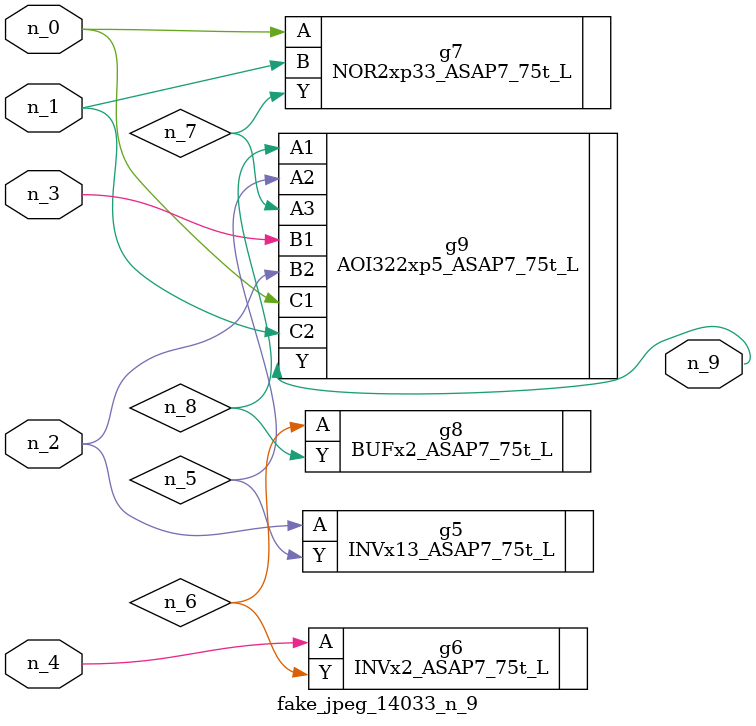
<source format=v>
module fake_jpeg_14033_n_9 (n_3, n_2, n_1, n_0, n_4, n_9);

input n_3;
input n_2;
input n_1;
input n_0;
input n_4;

output n_9;

wire n_8;
wire n_6;
wire n_5;
wire n_7;

INVx13_ASAP7_75t_L g5 ( 
.A(n_2),
.Y(n_5)
);

INVx2_ASAP7_75t_L g6 ( 
.A(n_4),
.Y(n_6)
);

NOR2xp33_ASAP7_75t_L g7 ( 
.A(n_0),
.B(n_1),
.Y(n_7)
);

BUFx2_ASAP7_75t_L g8 ( 
.A(n_6),
.Y(n_8)
);

AOI322xp5_ASAP7_75t_L g9 ( 
.A1(n_8),
.A2(n_5),
.A3(n_7),
.B1(n_3),
.B2(n_2),
.C1(n_0),
.C2(n_1),
.Y(n_9)
);


endmodule
</source>
